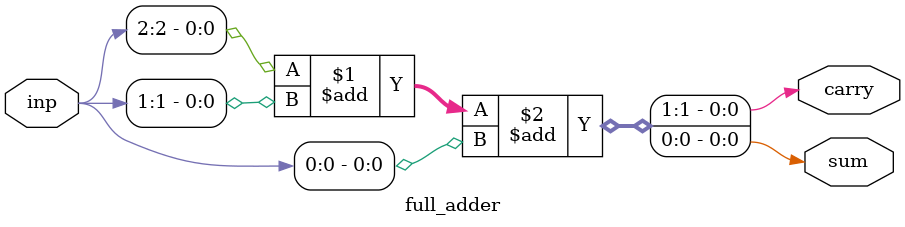
<source format=v>
module full_adder(output sum, carry, input [2:0] inp);
   
   assign{carry, sum} = inp[2] + inp[1] + inp[0];

endmodule

</source>
